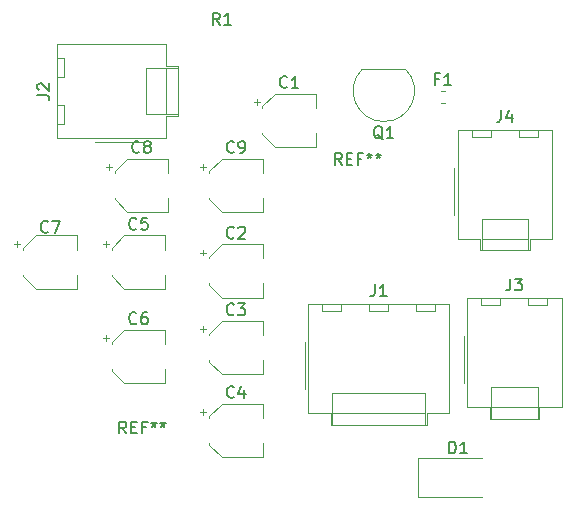
<source format=gbr>
%TF.GenerationSoftware,KiCad,Pcbnew,8.0.5*%
%TF.CreationDate,2024-10-05T15:02:32-05:00*%
%TF.ProjectId,HornsBoard,486f726e-7342-46f6-9172-642e6b696361,0.0*%
%TF.SameCoordinates,Original*%
%TF.FileFunction,Legend,Top*%
%TF.FilePolarity,Positive*%
%FSLAX46Y46*%
G04 Gerber Fmt 4.6, Leading zero omitted, Abs format (unit mm)*
G04 Created by KiCad (PCBNEW 8.0.5) date 2024-10-05 15:02:32*
%MOMM*%
%LPD*%
G01*
G04 APERTURE LIST*
%ADD10C,0.150000*%
%ADD11C,0.120000*%
G04 APERTURE END LIST*
D10*
X169896666Y-88144819D02*
X169896666Y-88859104D01*
X169896666Y-88859104D02*
X169849047Y-89001961D01*
X169849047Y-89001961D02*
X169753809Y-89097200D01*
X169753809Y-89097200D02*
X169610952Y-89144819D01*
X169610952Y-89144819D02*
X169515714Y-89144819D01*
X170801428Y-88478152D02*
X170801428Y-89144819D01*
X170563333Y-88097200D02*
X170325238Y-88811485D01*
X170325238Y-88811485D02*
X170944285Y-88811485D01*
X146083333Y-80904819D02*
X145750000Y-80428628D01*
X145511905Y-80904819D02*
X145511905Y-79904819D01*
X145511905Y-79904819D02*
X145892857Y-79904819D01*
X145892857Y-79904819D02*
X145988095Y-79952438D01*
X145988095Y-79952438D02*
X146035714Y-80000057D01*
X146035714Y-80000057D02*
X146083333Y-80095295D01*
X146083333Y-80095295D02*
X146083333Y-80238152D01*
X146083333Y-80238152D02*
X146035714Y-80333390D01*
X146035714Y-80333390D02*
X145988095Y-80381009D01*
X145988095Y-80381009D02*
X145892857Y-80428628D01*
X145892857Y-80428628D02*
X145511905Y-80428628D01*
X147035714Y-80904819D02*
X146464286Y-80904819D01*
X146750000Y-80904819D02*
X146750000Y-79904819D01*
X146750000Y-79904819D02*
X146654762Y-80047676D01*
X146654762Y-80047676D02*
X146559524Y-80142914D01*
X146559524Y-80142914D02*
X146464286Y-80190533D01*
X159884761Y-90610057D02*
X159789523Y-90562438D01*
X159789523Y-90562438D02*
X159694285Y-90467200D01*
X159694285Y-90467200D02*
X159551428Y-90324342D01*
X159551428Y-90324342D02*
X159456190Y-90276723D01*
X159456190Y-90276723D02*
X159360952Y-90276723D01*
X159408571Y-90514819D02*
X159313333Y-90467200D01*
X159313333Y-90467200D02*
X159218095Y-90371961D01*
X159218095Y-90371961D02*
X159170476Y-90181485D01*
X159170476Y-90181485D02*
X159170476Y-89848152D01*
X159170476Y-89848152D02*
X159218095Y-89657676D01*
X159218095Y-89657676D02*
X159313333Y-89562438D01*
X159313333Y-89562438D02*
X159408571Y-89514819D01*
X159408571Y-89514819D02*
X159599047Y-89514819D01*
X159599047Y-89514819D02*
X159694285Y-89562438D01*
X159694285Y-89562438D02*
X159789523Y-89657676D01*
X159789523Y-89657676D02*
X159837142Y-89848152D01*
X159837142Y-89848152D02*
X159837142Y-90181485D01*
X159837142Y-90181485D02*
X159789523Y-90371961D01*
X159789523Y-90371961D02*
X159694285Y-90467200D01*
X159694285Y-90467200D02*
X159599047Y-90514819D01*
X159599047Y-90514819D02*
X159408571Y-90514819D01*
X160789523Y-90514819D02*
X160218095Y-90514819D01*
X160503809Y-90514819D02*
X160503809Y-89514819D01*
X160503809Y-89514819D02*
X160408571Y-89657676D01*
X160408571Y-89657676D02*
X160313333Y-89752914D01*
X160313333Y-89752914D02*
X160218095Y-89800533D01*
X130644819Y-86853333D02*
X131359104Y-86853333D01*
X131359104Y-86853333D02*
X131501961Y-86900952D01*
X131501961Y-86900952D02*
X131597200Y-86996190D01*
X131597200Y-86996190D02*
X131644819Y-87139047D01*
X131644819Y-87139047D02*
X131644819Y-87234285D01*
X130740057Y-86424761D02*
X130692438Y-86377142D01*
X130692438Y-86377142D02*
X130644819Y-86281904D01*
X130644819Y-86281904D02*
X130644819Y-86043809D01*
X130644819Y-86043809D02*
X130692438Y-85948571D01*
X130692438Y-85948571D02*
X130740057Y-85900952D01*
X130740057Y-85900952D02*
X130835295Y-85853333D01*
X130835295Y-85853333D02*
X130930533Y-85853333D01*
X130930533Y-85853333D02*
X131073390Y-85900952D01*
X131073390Y-85900952D02*
X131644819Y-86472380D01*
X131644819Y-86472380D02*
X131644819Y-85853333D01*
X151783333Y-86159580D02*
X151735714Y-86207200D01*
X151735714Y-86207200D02*
X151592857Y-86254819D01*
X151592857Y-86254819D02*
X151497619Y-86254819D01*
X151497619Y-86254819D02*
X151354762Y-86207200D01*
X151354762Y-86207200D02*
X151259524Y-86111961D01*
X151259524Y-86111961D02*
X151211905Y-86016723D01*
X151211905Y-86016723D02*
X151164286Y-85826247D01*
X151164286Y-85826247D02*
X151164286Y-85683390D01*
X151164286Y-85683390D02*
X151211905Y-85492914D01*
X151211905Y-85492914D02*
X151259524Y-85397676D01*
X151259524Y-85397676D02*
X151354762Y-85302438D01*
X151354762Y-85302438D02*
X151497619Y-85254819D01*
X151497619Y-85254819D02*
X151592857Y-85254819D01*
X151592857Y-85254819D02*
X151735714Y-85302438D01*
X151735714Y-85302438D02*
X151783333Y-85350057D01*
X152735714Y-86254819D02*
X152164286Y-86254819D01*
X152450000Y-86254819D02*
X152450000Y-85254819D01*
X152450000Y-85254819D02*
X152354762Y-85397676D01*
X152354762Y-85397676D02*
X152259524Y-85492914D01*
X152259524Y-85492914D02*
X152164286Y-85540533D01*
X170686666Y-102394819D02*
X170686666Y-103109104D01*
X170686666Y-103109104D02*
X170639047Y-103251961D01*
X170639047Y-103251961D02*
X170543809Y-103347200D01*
X170543809Y-103347200D02*
X170400952Y-103394819D01*
X170400952Y-103394819D02*
X170305714Y-103394819D01*
X171067619Y-102394819D02*
X171686666Y-102394819D01*
X171686666Y-102394819D02*
X171353333Y-102775771D01*
X171353333Y-102775771D02*
X171496190Y-102775771D01*
X171496190Y-102775771D02*
X171591428Y-102823390D01*
X171591428Y-102823390D02*
X171639047Y-102871009D01*
X171639047Y-102871009D02*
X171686666Y-102966247D01*
X171686666Y-102966247D02*
X171686666Y-103204342D01*
X171686666Y-103204342D02*
X171639047Y-103299580D01*
X171639047Y-103299580D02*
X171591428Y-103347200D01*
X171591428Y-103347200D02*
X171496190Y-103394819D01*
X171496190Y-103394819D02*
X171210476Y-103394819D01*
X171210476Y-103394819D02*
X171115238Y-103347200D01*
X171115238Y-103347200D02*
X171067619Y-103299580D01*
X147283333Y-98909580D02*
X147235714Y-98957200D01*
X147235714Y-98957200D02*
X147092857Y-99004819D01*
X147092857Y-99004819D02*
X146997619Y-99004819D01*
X146997619Y-99004819D02*
X146854762Y-98957200D01*
X146854762Y-98957200D02*
X146759524Y-98861961D01*
X146759524Y-98861961D02*
X146711905Y-98766723D01*
X146711905Y-98766723D02*
X146664286Y-98576247D01*
X146664286Y-98576247D02*
X146664286Y-98433390D01*
X146664286Y-98433390D02*
X146711905Y-98242914D01*
X146711905Y-98242914D02*
X146759524Y-98147676D01*
X146759524Y-98147676D02*
X146854762Y-98052438D01*
X146854762Y-98052438D02*
X146997619Y-98004819D01*
X146997619Y-98004819D02*
X147092857Y-98004819D01*
X147092857Y-98004819D02*
X147235714Y-98052438D01*
X147235714Y-98052438D02*
X147283333Y-98100057D01*
X147664286Y-98100057D02*
X147711905Y-98052438D01*
X147711905Y-98052438D02*
X147807143Y-98004819D01*
X147807143Y-98004819D02*
X148045238Y-98004819D01*
X148045238Y-98004819D02*
X148140476Y-98052438D01*
X148140476Y-98052438D02*
X148188095Y-98100057D01*
X148188095Y-98100057D02*
X148235714Y-98195295D01*
X148235714Y-98195295D02*
X148235714Y-98290533D01*
X148235714Y-98290533D02*
X148188095Y-98433390D01*
X148188095Y-98433390D02*
X147616667Y-99004819D01*
X147616667Y-99004819D02*
X148235714Y-99004819D01*
X147283333Y-91659580D02*
X147235714Y-91707200D01*
X147235714Y-91707200D02*
X147092857Y-91754819D01*
X147092857Y-91754819D02*
X146997619Y-91754819D01*
X146997619Y-91754819D02*
X146854762Y-91707200D01*
X146854762Y-91707200D02*
X146759524Y-91611961D01*
X146759524Y-91611961D02*
X146711905Y-91516723D01*
X146711905Y-91516723D02*
X146664286Y-91326247D01*
X146664286Y-91326247D02*
X146664286Y-91183390D01*
X146664286Y-91183390D02*
X146711905Y-90992914D01*
X146711905Y-90992914D02*
X146759524Y-90897676D01*
X146759524Y-90897676D02*
X146854762Y-90802438D01*
X146854762Y-90802438D02*
X146997619Y-90754819D01*
X146997619Y-90754819D02*
X147092857Y-90754819D01*
X147092857Y-90754819D02*
X147235714Y-90802438D01*
X147235714Y-90802438D02*
X147283333Y-90850057D01*
X147759524Y-91754819D02*
X147950000Y-91754819D01*
X147950000Y-91754819D02*
X148045238Y-91707200D01*
X148045238Y-91707200D02*
X148092857Y-91659580D01*
X148092857Y-91659580D02*
X148188095Y-91516723D01*
X148188095Y-91516723D02*
X148235714Y-91326247D01*
X148235714Y-91326247D02*
X148235714Y-90945295D01*
X148235714Y-90945295D02*
X148188095Y-90850057D01*
X148188095Y-90850057D02*
X148140476Y-90802438D01*
X148140476Y-90802438D02*
X148045238Y-90754819D01*
X148045238Y-90754819D02*
X147854762Y-90754819D01*
X147854762Y-90754819D02*
X147759524Y-90802438D01*
X147759524Y-90802438D02*
X147711905Y-90850057D01*
X147711905Y-90850057D02*
X147664286Y-90945295D01*
X147664286Y-90945295D02*
X147664286Y-91183390D01*
X147664286Y-91183390D02*
X147711905Y-91278628D01*
X147711905Y-91278628D02*
X147759524Y-91326247D01*
X147759524Y-91326247D02*
X147854762Y-91373866D01*
X147854762Y-91373866D02*
X148045238Y-91373866D01*
X148045238Y-91373866D02*
X148140476Y-91326247D01*
X148140476Y-91326247D02*
X148188095Y-91278628D01*
X148188095Y-91278628D02*
X148235714Y-91183390D01*
X138166666Y-115504819D02*
X137833333Y-115028628D01*
X137595238Y-115504819D02*
X137595238Y-114504819D01*
X137595238Y-114504819D02*
X137976190Y-114504819D01*
X137976190Y-114504819D02*
X138071428Y-114552438D01*
X138071428Y-114552438D02*
X138119047Y-114600057D01*
X138119047Y-114600057D02*
X138166666Y-114695295D01*
X138166666Y-114695295D02*
X138166666Y-114838152D01*
X138166666Y-114838152D02*
X138119047Y-114933390D01*
X138119047Y-114933390D02*
X138071428Y-114981009D01*
X138071428Y-114981009D02*
X137976190Y-115028628D01*
X137976190Y-115028628D02*
X137595238Y-115028628D01*
X138595238Y-114981009D02*
X138928571Y-114981009D01*
X139071428Y-115504819D02*
X138595238Y-115504819D01*
X138595238Y-115504819D02*
X138595238Y-114504819D01*
X138595238Y-114504819D02*
X139071428Y-114504819D01*
X139833333Y-114981009D02*
X139500000Y-114981009D01*
X139500000Y-115504819D02*
X139500000Y-114504819D01*
X139500000Y-114504819D02*
X139976190Y-114504819D01*
X140500000Y-114504819D02*
X140500000Y-114742914D01*
X140261905Y-114647676D02*
X140500000Y-114742914D01*
X140500000Y-114742914D02*
X140738095Y-114647676D01*
X140357143Y-114933390D02*
X140500000Y-114742914D01*
X140500000Y-114742914D02*
X140642857Y-114933390D01*
X141261905Y-114504819D02*
X141261905Y-114742914D01*
X141023810Y-114647676D02*
X141261905Y-114742914D01*
X141261905Y-114742914D02*
X141500000Y-114647676D01*
X141119048Y-114933390D02*
X141261905Y-114742914D01*
X141261905Y-114742914D02*
X141404762Y-114933390D01*
X164629166Y-85501009D02*
X164295833Y-85501009D01*
X164295833Y-86024819D02*
X164295833Y-85024819D01*
X164295833Y-85024819D02*
X164772023Y-85024819D01*
X165676785Y-86024819D02*
X165105357Y-86024819D01*
X165391071Y-86024819D02*
X165391071Y-85024819D01*
X165391071Y-85024819D02*
X165295833Y-85167676D01*
X165295833Y-85167676D02*
X165200595Y-85262914D01*
X165200595Y-85262914D02*
X165105357Y-85310533D01*
X165511905Y-117204819D02*
X165511905Y-116204819D01*
X165511905Y-116204819D02*
X165750000Y-116204819D01*
X165750000Y-116204819D02*
X165892857Y-116252438D01*
X165892857Y-116252438D02*
X165988095Y-116347676D01*
X165988095Y-116347676D02*
X166035714Y-116442914D01*
X166035714Y-116442914D02*
X166083333Y-116633390D01*
X166083333Y-116633390D02*
X166083333Y-116776247D01*
X166083333Y-116776247D02*
X166035714Y-116966723D01*
X166035714Y-116966723D02*
X165988095Y-117061961D01*
X165988095Y-117061961D02*
X165892857Y-117157200D01*
X165892857Y-117157200D02*
X165750000Y-117204819D01*
X165750000Y-117204819D02*
X165511905Y-117204819D01*
X167035714Y-117204819D02*
X166464286Y-117204819D01*
X166750000Y-117204819D02*
X166750000Y-116204819D01*
X166750000Y-116204819D02*
X166654762Y-116347676D01*
X166654762Y-116347676D02*
X166559524Y-116442914D01*
X166559524Y-116442914D02*
X166464286Y-116490533D01*
X159206666Y-102894819D02*
X159206666Y-103609104D01*
X159206666Y-103609104D02*
X159159047Y-103751961D01*
X159159047Y-103751961D02*
X159063809Y-103847200D01*
X159063809Y-103847200D02*
X158920952Y-103894819D01*
X158920952Y-103894819D02*
X158825714Y-103894819D01*
X160206666Y-103894819D02*
X159635238Y-103894819D01*
X159920952Y-103894819D02*
X159920952Y-102894819D01*
X159920952Y-102894819D02*
X159825714Y-103037676D01*
X159825714Y-103037676D02*
X159730476Y-103132914D01*
X159730476Y-103132914D02*
X159635238Y-103180533D01*
X139033333Y-98159580D02*
X138985714Y-98207200D01*
X138985714Y-98207200D02*
X138842857Y-98254819D01*
X138842857Y-98254819D02*
X138747619Y-98254819D01*
X138747619Y-98254819D02*
X138604762Y-98207200D01*
X138604762Y-98207200D02*
X138509524Y-98111961D01*
X138509524Y-98111961D02*
X138461905Y-98016723D01*
X138461905Y-98016723D02*
X138414286Y-97826247D01*
X138414286Y-97826247D02*
X138414286Y-97683390D01*
X138414286Y-97683390D02*
X138461905Y-97492914D01*
X138461905Y-97492914D02*
X138509524Y-97397676D01*
X138509524Y-97397676D02*
X138604762Y-97302438D01*
X138604762Y-97302438D02*
X138747619Y-97254819D01*
X138747619Y-97254819D02*
X138842857Y-97254819D01*
X138842857Y-97254819D02*
X138985714Y-97302438D01*
X138985714Y-97302438D02*
X139033333Y-97350057D01*
X139938095Y-97254819D02*
X139461905Y-97254819D01*
X139461905Y-97254819D02*
X139414286Y-97731009D01*
X139414286Y-97731009D02*
X139461905Y-97683390D01*
X139461905Y-97683390D02*
X139557143Y-97635771D01*
X139557143Y-97635771D02*
X139795238Y-97635771D01*
X139795238Y-97635771D02*
X139890476Y-97683390D01*
X139890476Y-97683390D02*
X139938095Y-97731009D01*
X139938095Y-97731009D02*
X139985714Y-97826247D01*
X139985714Y-97826247D02*
X139985714Y-98064342D01*
X139985714Y-98064342D02*
X139938095Y-98159580D01*
X139938095Y-98159580D02*
X139890476Y-98207200D01*
X139890476Y-98207200D02*
X139795238Y-98254819D01*
X139795238Y-98254819D02*
X139557143Y-98254819D01*
X139557143Y-98254819D02*
X139461905Y-98207200D01*
X139461905Y-98207200D02*
X139414286Y-98159580D01*
X139283333Y-91659580D02*
X139235714Y-91707200D01*
X139235714Y-91707200D02*
X139092857Y-91754819D01*
X139092857Y-91754819D02*
X138997619Y-91754819D01*
X138997619Y-91754819D02*
X138854762Y-91707200D01*
X138854762Y-91707200D02*
X138759524Y-91611961D01*
X138759524Y-91611961D02*
X138711905Y-91516723D01*
X138711905Y-91516723D02*
X138664286Y-91326247D01*
X138664286Y-91326247D02*
X138664286Y-91183390D01*
X138664286Y-91183390D02*
X138711905Y-90992914D01*
X138711905Y-90992914D02*
X138759524Y-90897676D01*
X138759524Y-90897676D02*
X138854762Y-90802438D01*
X138854762Y-90802438D02*
X138997619Y-90754819D01*
X138997619Y-90754819D02*
X139092857Y-90754819D01*
X139092857Y-90754819D02*
X139235714Y-90802438D01*
X139235714Y-90802438D02*
X139283333Y-90850057D01*
X139854762Y-91183390D02*
X139759524Y-91135771D01*
X139759524Y-91135771D02*
X139711905Y-91088152D01*
X139711905Y-91088152D02*
X139664286Y-90992914D01*
X139664286Y-90992914D02*
X139664286Y-90945295D01*
X139664286Y-90945295D02*
X139711905Y-90850057D01*
X139711905Y-90850057D02*
X139759524Y-90802438D01*
X139759524Y-90802438D02*
X139854762Y-90754819D01*
X139854762Y-90754819D02*
X140045238Y-90754819D01*
X140045238Y-90754819D02*
X140140476Y-90802438D01*
X140140476Y-90802438D02*
X140188095Y-90850057D01*
X140188095Y-90850057D02*
X140235714Y-90945295D01*
X140235714Y-90945295D02*
X140235714Y-90992914D01*
X140235714Y-90992914D02*
X140188095Y-91088152D01*
X140188095Y-91088152D02*
X140140476Y-91135771D01*
X140140476Y-91135771D02*
X140045238Y-91183390D01*
X140045238Y-91183390D02*
X139854762Y-91183390D01*
X139854762Y-91183390D02*
X139759524Y-91231009D01*
X139759524Y-91231009D02*
X139711905Y-91278628D01*
X139711905Y-91278628D02*
X139664286Y-91373866D01*
X139664286Y-91373866D02*
X139664286Y-91564342D01*
X139664286Y-91564342D02*
X139711905Y-91659580D01*
X139711905Y-91659580D02*
X139759524Y-91707200D01*
X139759524Y-91707200D02*
X139854762Y-91754819D01*
X139854762Y-91754819D02*
X140045238Y-91754819D01*
X140045238Y-91754819D02*
X140140476Y-91707200D01*
X140140476Y-91707200D02*
X140188095Y-91659580D01*
X140188095Y-91659580D02*
X140235714Y-91564342D01*
X140235714Y-91564342D02*
X140235714Y-91373866D01*
X140235714Y-91373866D02*
X140188095Y-91278628D01*
X140188095Y-91278628D02*
X140140476Y-91231009D01*
X140140476Y-91231009D02*
X140045238Y-91183390D01*
X131533333Y-98409580D02*
X131485714Y-98457200D01*
X131485714Y-98457200D02*
X131342857Y-98504819D01*
X131342857Y-98504819D02*
X131247619Y-98504819D01*
X131247619Y-98504819D02*
X131104762Y-98457200D01*
X131104762Y-98457200D02*
X131009524Y-98361961D01*
X131009524Y-98361961D02*
X130961905Y-98266723D01*
X130961905Y-98266723D02*
X130914286Y-98076247D01*
X130914286Y-98076247D02*
X130914286Y-97933390D01*
X130914286Y-97933390D02*
X130961905Y-97742914D01*
X130961905Y-97742914D02*
X131009524Y-97647676D01*
X131009524Y-97647676D02*
X131104762Y-97552438D01*
X131104762Y-97552438D02*
X131247619Y-97504819D01*
X131247619Y-97504819D02*
X131342857Y-97504819D01*
X131342857Y-97504819D02*
X131485714Y-97552438D01*
X131485714Y-97552438D02*
X131533333Y-97600057D01*
X131866667Y-97504819D02*
X132533333Y-97504819D01*
X132533333Y-97504819D02*
X132104762Y-98504819D01*
X147283333Y-112409580D02*
X147235714Y-112457200D01*
X147235714Y-112457200D02*
X147092857Y-112504819D01*
X147092857Y-112504819D02*
X146997619Y-112504819D01*
X146997619Y-112504819D02*
X146854762Y-112457200D01*
X146854762Y-112457200D02*
X146759524Y-112361961D01*
X146759524Y-112361961D02*
X146711905Y-112266723D01*
X146711905Y-112266723D02*
X146664286Y-112076247D01*
X146664286Y-112076247D02*
X146664286Y-111933390D01*
X146664286Y-111933390D02*
X146711905Y-111742914D01*
X146711905Y-111742914D02*
X146759524Y-111647676D01*
X146759524Y-111647676D02*
X146854762Y-111552438D01*
X146854762Y-111552438D02*
X146997619Y-111504819D01*
X146997619Y-111504819D02*
X147092857Y-111504819D01*
X147092857Y-111504819D02*
X147235714Y-111552438D01*
X147235714Y-111552438D02*
X147283333Y-111600057D01*
X148140476Y-111838152D02*
X148140476Y-112504819D01*
X147902381Y-111457200D02*
X147664286Y-112171485D01*
X147664286Y-112171485D02*
X148283333Y-112171485D01*
X139033333Y-106159580D02*
X138985714Y-106207200D01*
X138985714Y-106207200D02*
X138842857Y-106254819D01*
X138842857Y-106254819D02*
X138747619Y-106254819D01*
X138747619Y-106254819D02*
X138604762Y-106207200D01*
X138604762Y-106207200D02*
X138509524Y-106111961D01*
X138509524Y-106111961D02*
X138461905Y-106016723D01*
X138461905Y-106016723D02*
X138414286Y-105826247D01*
X138414286Y-105826247D02*
X138414286Y-105683390D01*
X138414286Y-105683390D02*
X138461905Y-105492914D01*
X138461905Y-105492914D02*
X138509524Y-105397676D01*
X138509524Y-105397676D02*
X138604762Y-105302438D01*
X138604762Y-105302438D02*
X138747619Y-105254819D01*
X138747619Y-105254819D02*
X138842857Y-105254819D01*
X138842857Y-105254819D02*
X138985714Y-105302438D01*
X138985714Y-105302438D02*
X139033333Y-105350057D01*
X139890476Y-105254819D02*
X139700000Y-105254819D01*
X139700000Y-105254819D02*
X139604762Y-105302438D01*
X139604762Y-105302438D02*
X139557143Y-105350057D01*
X139557143Y-105350057D02*
X139461905Y-105492914D01*
X139461905Y-105492914D02*
X139414286Y-105683390D01*
X139414286Y-105683390D02*
X139414286Y-106064342D01*
X139414286Y-106064342D02*
X139461905Y-106159580D01*
X139461905Y-106159580D02*
X139509524Y-106207200D01*
X139509524Y-106207200D02*
X139604762Y-106254819D01*
X139604762Y-106254819D02*
X139795238Y-106254819D01*
X139795238Y-106254819D02*
X139890476Y-106207200D01*
X139890476Y-106207200D02*
X139938095Y-106159580D01*
X139938095Y-106159580D02*
X139985714Y-106064342D01*
X139985714Y-106064342D02*
X139985714Y-105826247D01*
X139985714Y-105826247D02*
X139938095Y-105731009D01*
X139938095Y-105731009D02*
X139890476Y-105683390D01*
X139890476Y-105683390D02*
X139795238Y-105635771D01*
X139795238Y-105635771D02*
X139604762Y-105635771D01*
X139604762Y-105635771D02*
X139509524Y-105683390D01*
X139509524Y-105683390D02*
X139461905Y-105731009D01*
X139461905Y-105731009D02*
X139414286Y-105826247D01*
X156416666Y-92754819D02*
X156083333Y-92278628D01*
X155845238Y-92754819D02*
X155845238Y-91754819D01*
X155845238Y-91754819D02*
X156226190Y-91754819D01*
X156226190Y-91754819D02*
X156321428Y-91802438D01*
X156321428Y-91802438D02*
X156369047Y-91850057D01*
X156369047Y-91850057D02*
X156416666Y-91945295D01*
X156416666Y-91945295D02*
X156416666Y-92088152D01*
X156416666Y-92088152D02*
X156369047Y-92183390D01*
X156369047Y-92183390D02*
X156321428Y-92231009D01*
X156321428Y-92231009D02*
X156226190Y-92278628D01*
X156226190Y-92278628D02*
X155845238Y-92278628D01*
X156845238Y-92231009D02*
X157178571Y-92231009D01*
X157321428Y-92754819D02*
X156845238Y-92754819D01*
X156845238Y-92754819D02*
X156845238Y-91754819D01*
X156845238Y-91754819D02*
X157321428Y-91754819D01*
X158083333Y-92231009D02*
X157750000Y-92231009D01*
X157750000Y-92754819D02*
X157750000Y-91754819D01*
X157750000Y-91754819D02*
X158226190Y-91754819D01*
X158750000Y-91754819D02*
X158750000Y-91992914D01*
X158511905Y-91897676D02*
X158750000Y-91992914D01*
X158750000Y-91992914D02*
X158988095Y-91897676D01*
X158607143Y-92183390D02*
X158750000Y-91992914D01*
X158750000Y-91992914D02*
X158892857Y-92183390D01*
X159511905Y-91754819D02*
X159511905Y-91992914D01*
X159273810Y-91897676D02*
X159511905Y-91992914D01*
X159511905Y-91992914D02*
X159750000Y-91897676D01*
X159369048Y-92183390D02*
X159511905Y-91992914D01*
X159511905Y-91992914D02*
X159654762Y-92183390D01*
X147283333Y-105409580D02*
X147235714Y-105457200D01*
X147235714Y-105457200D02*
X147092857Y-105504819D01*
X147092857Y-105504819D02*
X146997619Y-105504819D01*
X146997619Y-105504819D02*
X146854762Y-105457200D01*
X146854762Y-105457200D02*
X146759524Y-105361961D01*
X146759524Y-105361961D02*
X146711905Y-105266723D01*
X146711905Y-105266723D02*
X146664286Y-105076247D01*
X146664286Y-105076247D02*
X146664286Y-104933390D01*
X146664286Y-104933390D02*
X146711905Y-104742914D01*
X146711905Y-104742914D02*
X146759524Y-104647676D01*
X146759524Y-104647676D02*
X146854762Y-104552438D01*
X146854762Y-104552438D02*
X146997619Y-104504819D01*
X146997619Y-104504819D02*
X147092857Y-104504819D01*
X147092857Y-104504819D02*
X147235714Y-104552438D01*
X147235714Y-104552438D02*
X147283333Y-104600057D01*
X147616667Y-104504819D02*
X148235714Y-104504819D01*
X148235714Y-104504819D02*
X147902381Y-104885771D01*
X147902381Y-104885771D02*
X148045238Y-104885771D01*
X148045238Y-104885771D02*
X148140476Y-104933390D01*
X148140476Y-104933390D02*
X148188095Y-104981009D01*
X148188095Y-104981009D02*
X148235714Y-105076247D01*
X148235714Y-105076247D02*
X148235714Y-105314342D01*
X148235714Y-105314342D02*
X148188095Y-105409580D01*
X148188095Y-105409580D02*
X148140476Y-105457200D01*
X148140476Y-105457200D02*
X148045238Y-105504819D01*
X148045238Y-105504819D02*
X147759524Y-105504819D01*
X147759524Y-105504819D02*
X147664286Y-105457200D01*
X147664286Y-105457200D02*
X147616667Y-105409580D01*
D11*
%TO.C,J4*%
X165940000Y-93000000D02*
X165940000Y-97000000D01*
X166230000Y-89780000D02*
X174230000Y-89780000D01*
X166230000Y-99005000D02*
X166230000Y-89780000D01*
X167450000Y-89780000D02*
X167450000Y-90380000D01*
X167450000Y-90380000D02*
X169050000Y-90380000D01*
X168135000Y-99005000D02*
X166230000Y-99005000D01*
X168135000Y-100010000D02*
X168135000Y-99005000D01*
X168250000Y-97340000D02*
X172210000Y-97340000D01*
X168250000Y-99010000D02*
X168250000Y-97340000D01*
X168250000Y-99010000D02*
X172210000Y-99010000D01*
X168250000Y-100010000D02*
X168250000Y-99010000D01*
X169050000Y-90380000D02*
X169050000Y-89780000D01*
X171410000Y-89780000D02*
X171410000Y-90380000D01*
X171410000Y-90380000D02*
X173010000Y-90380000D01*
X172210000Y-97340000D02*
X172210000Y-99010000D01*
X172210000Y-99010000D02*
X172210000Y-100010000D01*
X172325000Y-99005000D02*
X172325000Y-100010000D01*
X172325000Y-100010000D02*
X168135000Y-100010000D01*
X173010000Y-90380000D02*
X173010000Y-89780000D01*
X174230000Y-89780000D02*
X174230000Y-99005000D01*
X174230000Y-99005000D02*
X172325000Y-99005000D01*
%TO.C,Q1*%
X161780000Y-84650000D02*
X158180000Y-84650000D01*
X159980000Y-89100000D02*
G75*
G02*
X158141522Y-84661522I0J2600000D01*
G01*
X161818478Y-84661522D02*
G75*
G02*
X159980000Y-89100001I-1838478J-1838478D01*
G01*
%TO.C,J2*%
X132280000Y-82520000D02*
X141505000Y-82520000D01*
X132280000Y-85340000D02*
X132880000Y-85340000D01*
X132280000Y-89300000D02*
X132880000Y-89300000D01*
X132280000Y-90520000D02*
X132280000Y-82520000D01*
X132880000Y-83740000D02*
X132280000Y-83740000D01*
X132880000Y-85340000D02*
X132880000Y-83740000D01*
X132880000Y-87700000D02*
X132280000Y-87700000D01*
X132880000Y-89300000D02*
X132880000Y-87700000D01*
X135500000Y-90810000D02*
X139500000Y-90810000D01*
X139840000Y-84540000D02*
X141510000Y-84540000D01*
X139840000Y-88500000D02*
X139840000Y-84540000D01*
X141505000Y-82520000D02*
X141505000Y-84425000D01*
X141505000Y-84425000D02*
X142510000Y-84425000D01*
X141505000Y-88615000D02*
X141505000Y-90520000D01*
X141505000Y-90520000D02*
X132280000Y-90520000D01*
X141510000Y-84540000D02*
X142510000Y-84540000D01*
X141510000Y-88500000D02*
X139840000Y-88500000D01*
X141510000Y-88500000D02*
X141510000Y-84540000D01*
X142510000Y-84425000D02*
X142510000Y-88615000D01*
X142510000Y-88500000D02*
X141510000Y-88500000D01*
X142510000Y-88615000D02*
X141505000Y-88615000D01*
%TO.C,C1*%
X148950000Y-87440000D02*
X149450000Y-87440000D01*
X149200000Y-87190000D02*
X149200000Y-87690000D01*
X149690000Y-87804437D02*
X149690000Y-87940000D01*
X149690000Y-87804437D02*
X150754437Y-86740000D01*
X149690000Y-90195563D02*
X149690000Y-90060000D01*
X149690000Y-90195563D02*
X150754437Y-91260000D01*
X150754437Y-86740000D02*
X154210000Y-86740000D01*
X150754437Y-91260000D02*
X154210000Y-91260000D01*
X154210000Y-86740000D02*
X154210000Y-87940000D01*
X154210000Y-91260000D02*
X154210000Y-90060000D01*
%TO.C,J3*%
X166730000Y-107250000D02*
X166730000Y-111250000D01*
X167020000Y-104030000D02*
X175020000Y-104030000D01*
X167020000Y-113255000D02*
X167020000Y-104030000D01*
X168240000Y-104030000D02*
X168240000Y-104630000D01*
X168240000Y-104630000D02*
X169840000Y-104630000D01*
X168925000Y-113255000D02*
X167020000Y-113255000D01*
X168925000Y-114260000D02*
X168925000Y-113255000D01*
X169040000Y-111590000D02*
X173000000Y-111590000D01*
X169040000Y-113260000D02*
X169040000Y-111590000D01*
X169040000Y-113260000D02*
X173000000Y-113260000D01*
X169040000Y-114260000D02*
X169040000Y-113260000D01*
X169840000Y-104630000D02*
X169840000Y-104030000D01*
X172200000Y-104030000D02*
X172200000Y-104630000D01*
X172200000Y-104630000D02*
X173800000Y-104630000D01*
X173000000Y-111590000D02*
X173000000Y-113260000D01*
X173000000Y-113260000D02*
X173000000Y-114260000D01*
X173115000Y-113255000D02*
X173115000Y-114260000D01*
X173115000Y-114260000D02*
X168925000Y-114260000D01*
X173800000Y-104630000D02*
X173800000Y-104030000D01*
X175020000Y-104030000D02*
X175020000Y-113255000D01*
X175020000Y-113255000D02*
X173115000Y-113255000D01*
%TO.C,C2*%
X144450000Y-100190000D02*
X144950000Y-100190000D01*
X144700000Y-99940000D02*
X144700000Y-100440000D01*
X145190000Y-100554437D02*
X145190000Y-100690000D01*
X145190000Y-100554437D02*
X146254437Y-99490000D01*
X145190000Y-102945563D02*
X145190000Y-102810000D01*
X145190000Y-102945563D02*
X146254437Y-104010000D01*
X146254437Y-99490000D02*
X149710000Y-99490000D01*
X146254437Y-104010000D02*
X149710000Y-104010000D01*
X149710000Y-99490000D02*
X149710000Y-100690000D01*
X149710000Y-104010000D02*
X149710000Y-102810000D01*
%TO.C,C9*%
X144450000Y-92940000D02*
X144950000Y-92940000D01*
X144700000Y-92690000D02*
X144700000Y-93190000D01*
X145190000Y-93304437D02*
X145190000Y-93440000D01*
X145190000Y-93304437D02*
X146254437Y-92240000D01*
X145190000Y-95695563D02*
X145190000Y-95560000D01*
X145190000Y-95695563D02*
X146254437Y-96760000D01*
X146254437Y-92240000D02*
X149710000Y-92240000D01*
X146254437Y-96760000D02*
X149710000Y-96760000D01*
X149710000Y-92240000D02*
X149710000Y-93440000D01*
X149710000Y-96760000D02*
X149710000Y-95560000D01*
%TO.C,F1*%
X164799721Y-86490000D02*
X165125279Y-86490000D01*
X164799721Y-87510000D02*
X165125279Y-87510000D01*
%TO.C,D1*%
X162850000Y-117600000D02*
X162850000Y-120900000D01*
X162850000Y-117600000D02*
X168250000Y-117600000D01*
X162850000Y-120900000D02*
X168250000Y-120900000D01*
%TO.C,J1*%
X153270000Y-107750000D02*
X153270000Y-111750000D01*
X153560000Y-104530000D02*
X165520000Y-104530000D01*
X153560000Y-113755000D02*
X153560000Y-104530000D01*
X154780000Y-104530000D02*
X154780000Y-105130000D01*
X154780000Y-105130000D02*
X156380000Y-105130000D01*
X155465000Y-113755000D02*
X153560000Y-113755000D01*
X155465000Y-114760000D02*
X155465000Y-113755000D01*
X155580000Y-112090000D02*
X163500000Y-112090000D01*
X155580000Y-113760000D02*
X155580000Y-112090000D01*
X155580000Y-113760000D02*
X163500000Y-113760000D01*
X155580000Y-114760000D02*
X155580000Y-113760000D01*
X156380000Y-105130000D02*
X156380000Y-104530000D01*
X158740000Y-104530000D02*
X158740000Y-105130000D01*
X158740000Y-105130000D02*
X160340000Y-105130000D01*
X160340000Y-105130000D02*
X160340000Y-104530000D01*
X162700000Y-104530000D02*
X162700000Y-105130000D01*
X162700000Y-105130000D02*
X164300000Y-105130000D01*
X163500000Y-112090000D02*
X163500000Y-113760000D01*
X163500000Y-113760000D02*
X163500000Y-114760000D01*
X163615000Y-113755000D02*
X163615000Y-114760000D01*
X163615000Y-114760000D02*
X155465000Y-114760000D01*
X164300000Y-105130000D02*
X164300000Y-104530000D01*
X165520000Y-104530000D02*
X165520000Y-113755000D01*
X165520000Y-113755000D02*
X163615000Y-113755000D01*
%TO.C,C5*%
X136200000Y-99440000D02*
X136700000Y-99440000D01*
X136450000Y-99190000D02*
X136450000Y-99690000D01*
X136940000Y-99804437D02*
X136940000Y-99940000D01*
X136940000Y-99804437D02*
X138004437Y-98740000D01*
X136940000Y-102195563D02*
X136940000Y-102060000D01*
X136940000Y-102195563D02*
X138004437Y-103260000D01*
X138004437Y-98740000D02*
X141460000Y-98740000D01*
X138004437Y-103260000D02*
X141460000Y-103260000D01*
X141460000Y-98740000D02*
X141460000Y-99940000D01*
X141460000Y-103260000D02*
X141460000Y-102060000D01*
%TO.C,C8*%
X136450000Y-92940000D02*
X136950000Y-92940000D01*
X136700000Y-92690000D02*
X136700000Y-93190000D01*
X137190000Y-93304437D02*
X137190000Y-93440000D01*
X137190000Y-93304437D02*
X138254437Y-92240000D01*
X137190000Y-95695563D02*
X137190000Y-95560000D01*
X137190000Y-95695563D02*
X138254437Y-96760000D01*
X138254437Y-92240000D02*
X141710000Y-92240000D01*
X138254437Y-96760000D02*
X141710000Y-96760000D01*
X141710000Y-92240000D02*
X141710000Y-93440000D01*
X141710000Y-96760000D02*
X141710000Y-95560000D01*
%TO.C,C7*%
X128700000Y-99440000D02*
X129200000Y-99440000D01*
X128950000Y-99190000D02*
X128950000Y-99690000D01*
X129440000Y-99804437D02*
X129440000Y-99940000D01*
X129440000Y-99804437D02*
X130504437Y-98740000D01*
X129440000Y-102195563D02*
X129440000Y-102060000D01*
X129440000Y-102195563D02*
X130504437Y-103260000D01*
X130504437Y-98740000D02*
X133960000Y-98740000D01*
X130504437Y-103260000D02*
X133960000Y-103260000D01*
X133960000Y-98740000D02*
X133960000Y-99940000D01*
X133960000Y-103260000D02*
X133960000Y-102060000D01*
%TO.C,C4*%
X144450000Y-113690000D02*
X144950000Y-113690000D01*
X144700000Y-113440000D02*
X144700000Y-113940000D01*
X145190000Y-114054437D02*
X145190000Y-114190000D01*
X145190000Y-114054437D02*
X146254437Y-112990000D01*
X145190000Y-116445563D02*
X145190000Y-116310000D01*
X145190000Y-116445563D02*
X146254437Y-117510000D01*
X146254437Y-112990000D02*
X149710000Y-112990000D01*
X146254437Y-117510000D02*
X149710000Y-117510000D01*
X149710000Y-112990000D02*
X149710000Y-114190000D01*
X149710000Y-117510000D02*
X149710000Y-116310000D01*
%TO.C,C6*%
X136200000Y-107440000D02*
X136700000Y-107440000D01*
X136450000Y-107190000D02*
X136450000Y-107690000D01*
X136940000Y-107804437D02*
X136940000Y-107940000D01*
X136940000Y-107804437D02*
X138004437Y-106740000D01*
X136940000Y-110195563D02*
X136940000Y-110060000D01*
X136940000Y-110195563D02*
X138004437Y-111260000D01*
X138004437Y-106740000D02*
X141460000Y-106740000D01*
X138004437Y-111260000D02*
X141460000Y-111260000D01*
X141460000Y-106740000D02*
X141460000Y-107940000D01*
X141460000Y-111260000D02*
X141460000Y-110060000D01*
%TO.C,C3*%
X144450000Y-106690000D02*
X144950000Y-106690000D01*
X144700000Y-106440000D02*
X144700000Y-106940000D01*
X145190000Y-107054437D02*
X145190000Y-107190000D01*
X145190000Y-107054437D02*
X146254437Y-105990000D01*
X145190000Y-109445563D02*
X145190000Y-109310000D01*
X145190000Y-109445563D02*
X146254437Y-110510000D01*
X146254437Y-105990000D02*
X149710000Y-105990000D01*
X146254437Y-110510000D02*
X149710000Y-110510000D01*
X149710000Y-105990000D02*
X149710000Y-107190000D01*
X149710000Y-110510000D02*
X149710000Y-109310000D01*
%TD*%
M02*

</source>
